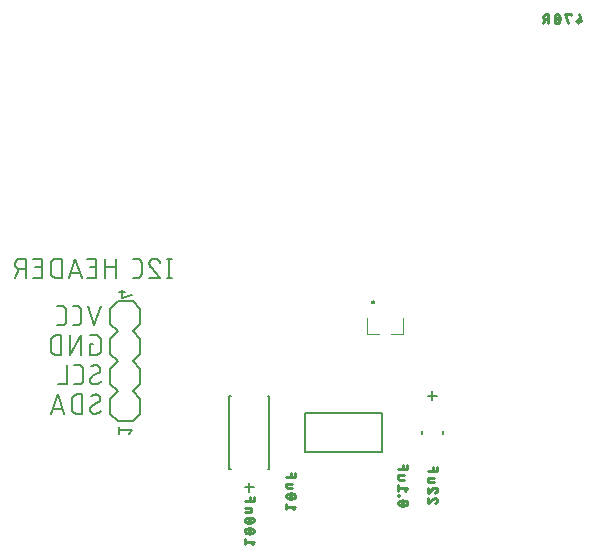
<source format=gbr>
G04 EAGLE Gerber RS-274X export*
G75*
%MOMM*%
%FSLAX34Y34*%
%LPD*%
%INSilkscreen Bottom*%
%IPPOS*%
%AMOC8*
5,1,8,0,0,1.08239X$1,22.5*%
G01*
%ADD10C,0.152400*%
%ADD11C,0.228600*%
%ADD12C,0.203200*%
%ADD13C,0.120000*%
%ADD14C,0.200000*%
%ADD15C,0.127000*%


D10*
X-142568Y177018D02*
X-142568Y160762D01*
X-140762Y160762D02*
X-144374Y160762D01*
X-144374Y177018D02*
X-140762Y177018D01*
X-155525Y177018D02*
X-155650Y177016D01*
X-155775Y177010D01*
X-155900Y177001D01*
X-156024Y176987D01*
X-156148Y176970D01*
X-156272Y176949D01*
X-156394Y176924D01*
X-156516Y176895D01*
X-156637Y176863D01*
X-156757Y176827D01*
X-156876Y176787D01*
X-156993Y176744D01*
X-157109Y176697D01*
X-157224Y176646D01*
X-157336Y176592D01*
X-157448Y176534D01*
X-157557Y176474D01*
X-157664Y176409D01*
X-157770Y176342D01*
X-157873Y176271D01*
X-157974Y176197D01*
X-158073Y176120D01*
X-158169Y176040D01*
X-158263Y175957D01*
X-158354Y175872D01*
X-158443Y175783D01*
X-158528Y175692D01*
X-158611Y175598D01*
X-158691Y175502D01*
X-158768Y175403D01*
X-158842Y175302D01*
X-158913Y175199D01*
X-158980Y175093D01*
X-159045Y174986D01*
X-159105Y174877D01*
X-159163Y174765D01*
X-159217Y174653D01*
X-159268Y174538D01*
X-159315Y174422D01*
X-159358Y174305D01*
X-159398Y174186D01*
X-159434Y174066D01*
X-159466Y173945D01*
X-159495Y173823D01*
X-159520Y173701D01*
X-159541Y173577D01*
X-159558Y173453D01*
X-159572Y173329D01*
X-159581Y173204D01*
X-159587Y173079D01*
X-159589Y172954D01*
X-155525Y177018D02*
X-155382Y177016D01*
X-155240Y177010D01*
X-155097Y177000D01*
X-154955Y176987D01*
X-154814Y176969D01*
X-154672Y176948D01*
X-154532Y176923D01*
X-154392Y176894D01*
X-154253Y176861D01*
X-154115Y176824D01*
X-153978Y176784D01*
X-153843Y176740D01*
X-153708Y176692D01*
X-153575Y176640D01*
X-153443Y176585D01*
X-153313Y176526D01*
X-153185Y176464D01*
X-153058Y176398D01*
X-152933Y176329D01*
X-152810Y176257D01*
X-152690Y176181D01*
X-152571Y176102D01*
X-152454Y176019D01*
X-152340Y175934D01*
X-152228Y175845D01*
X-152119Y175754D01*
X-152012Y175659D01*
X-151907Y175562D01*
X-151806Y175461D01*
X-151707Y175358D01*
X-151611Y175253D01*
X-151518Y175144D01*
X-151428Y175033D01*
X-151341Y174920D01*
X-151257Y174805D01*
X-151177Y174687D01*
X-151099Y174567D01*
X-151025Y174445D01*
X-150955Y174321D01*
X-150887Y174195D01*
X-150824Y174067D01*
X-150763Y173938D01*
X-150706Y173807D01*
X-150653Y173675D01*
X-150604Y173541D01*
X-150558Y173406D01*
X-158234Y169793D02*
X-158328Y169885D01*
X-158418Y169979D01*
X-158506Y170076D01*
X-158591Y170176D01*
X-158673Y170278D01*
X-158752Y170383D01*
X-158827Y170490D01*
X-158899Y170599D01*
X-158968Y170710D01*
X-159034Y170824D01*
X-159096Y170939D01*
X-159155Y171056D01*
X-159210Y171175D01*
X-159261Y171295D01*
X-159309Y171417D01*
X-159354Y171540D01*
X-159394Y171664D01*
X-159431Y171790D01*
X-159464Y171917D01*
X-159493Y172044D01*
X-159519Y172173D01*
X-159540Y172302D01*
X-159558Y172432D01*
X-159571Y172562D01*
X-159581Y172692D01*
X-159587Y172823D01*
X-159589Y172954D01*
X-158234Y169793D02*
X-150558Y160762D01*
X-159589Y160762D01*
X-169762Y160762D02*
X-173374Y160762D01*
X-169762Y160762D02*
X-169644Y160764D01*
X-169526Y160770D01*
X-169408Y160779D01*
X-169291Y160793D01*
X-169174Y160810D01*
X-169057Y160831D01*
X-168942Y160856D01*
X-168827Y160885D01*
X-168713Y160918D01*
X-168601Y160954D01*
X-168490Y160994D01*
X-168380Y161037D01*
X-168271Y161084D01*
X-168164Y161134D01*
X-168059Y161189D01*
X-167956Y161246D01*
X-167855Y161307D01*
X-167755Y161371D01*
X-167658Y161438D01*
X-167563Y161508D01*
X-167471Y161582D01*
X-167380Y161658D01*
X-167293Y161738D01*
X-167208Y161820D01*
X-167126Y161905D01*
X-167046Y161992D01*
X-166970Y162083D01*
X-166896Y162175D01*
X-166826Y162270D01*
X-166759Y162367D01*
X-166695Y162467D01*
X-166634Y162568D01*
X-166577Y162671D01*
X-166522Y162776D01*
X-166472Y162883D01*
X-166425Y162992D01*
X-166382Y163102D01*
X-166342Y163213D01*
X-166306Y163325D01*
X-166273Y163439D01*
X-166244Y163554D01*
X-166219Y163669D01*
X-166198Y163786D01*
X-166181Y163903D01*
X-166167Y164020D01*
X-166158Y164138D01*
X-166152Y164256D01*
X-166150Y164374D01*
X-166149Y164374D02*
X-166149Y173406D01*
X-166150Y173406D02*
X-166152Y173524D01*
X-166158Y173642D01*
X-166167Y173760D01*
X-166181Y173877D01*
X-166198Y173994D01*
X-166219Y174111D01*
X-166244Y174226D01*
X-166273Y174341D01*
X-166306Y174455D01*
X-166342Y174567D01*
X-166382Y174678D01*
X-166425Y174788D01*
X-166472Y174897D01*
X-166522Y175004D01*
X-166576Y175109D01*
X-166634Y175212D01*
X-166695Y175313D01*
X-166759Y175413D01*
X-166826Y175510D01*
X-166896Y175605D01*
X-166970Y175697D01*
X-167046Y175788D01*
X-167126Y175875D01*
X-167208Y175960D01*
X-167293Y176042D01*
X-167380Y176122D01*
X-167471Y176198D01*
X-167563Y176272D01*
X-167658Y176342D01*
X-167755Y176409D01*
X-167855Y176473D01*
X-167956Y176534D01*
X-168059Y176591D01*
X-168164Y176645D01*
X-168271Y176696D01*
X-168380Y176743D01*
X-168490Y176786D01*
X-168601Y176826D01*
X-168713Y176862D01*
X-168827Y176895D01*
X-168942Y176924D01*
X-169057Y176949D01*
X-169174Y176970D01*
X-169291Y176987D01*
X-169408Y177001D01*
X-169526Y177010D01*
X-169644Y177016D01*
X-169762Y177018D01*
X-173374Y177018D01*
X-188073Y177018D02*
X-188073Y160762D01*
X-188073Y169793D02*
X-197104Y169793D01*
X-197104Y177018D02*
X-197104Y160762D01*
X-204776Y160762D02*
X-212001Y160762D01*
X-204776Y160762D02*
X-204776Y177018D01*
X-212001Y177018D01*
X-210194Y169793D02*
X-204776Y169793D01*
X-216869Y160762D02*
X-222287Y177018D01*
X-227706Y160762D01*
X-226351Y164826D02*
X-218223Y164826D01*
X-233924Y160762D02*
X-233924Y177018D01*
X-238440Y177018D01*
X-238571Y177016D01*
X-238703Y177010D01*
X-238834Y177001D01*
X-238964Y176987D01*
X-239095Y176970D01*
X-239224Y176949D01*
X-239353Y176925D01*
X-239481Y176896D01*
X-239609Y176864D01*
X-239735Y176828D01*
X-239860Y176789D01*
X-239985Y176746D01*
X-240107Y176699D01*
X-240229Y176649D01*
X-240349Y176595D01*
X-240467Y176538D01*
X-240583Y176477D01*
X-240698Y176413D01*
X-240811Y176346D01*
X-240922Y176275D01*
X-241030Y176201D01*
X-241137Y176124D01*
X-241241Y176044D01*
X-241343Y175961D01*
X-241442Y175876D01*
X-241539Y175787D01*
X-241633Y175695D01*
X-241725Y175601D01*
X-241814Y175504D01*
X-241899Y175405D01*
X-241982Y175303D01*
X-242062Y175199D01*
X-242139Y175092D01*
X-242213Y174984D01*
X-242284Y174873D01*
X-242351Y174760D01*
X-242415Y174645D01*
X-242476Y174529D01*
X-242533Y174411D01*
X-242587Y174291D01*
X-242637Y174169D01*
X-242684Y174047D01*
X-242727Y173922D01*
X-242766Y173797D01*
X-242802Y173671D01*
X-242834Y173543D01*
X-242863Y173415D01*
X-242887Y173286D01*
X-242908Y173157D01*
X-242925Y173026D01*
X-242939Y172896D01*
X-242948Y172765D01*
X-242954Y172633D01*
X-242956Y172502D01*
X-242955Y172502D02*
X-242955Y165278D01*
X-242956Y165278D02*
X-242954Y165147D01*
X-242948Y165015D01*
X-242939Y164884D01*
X-242925Y164754D01*
X-242908Y164623D01*
X-242887Y164494D01*
X-242863Y164365D01*
X-242834Y164237D01*
X-242802Y164109D01*
X-242766Y163983D01*
X-242727Y163858D01*
X-242684Y163733D01*
X-242637Y163611D01*
X-242587Y163489D01*
X-242533Y163369D01*
X-242476Y163251D01*
X-242415Y163135D01*
X-242351Y163020D01*
X-242284Y162907D01*
X-242213Y162796D01*
X-242139Y162688D01*
X-242062Y162581D01*
X-241982Y162477D01*
X-241899Y162375D01*
X-241814Y162276D01*
X-241725Y162179D01*
X-241633Y162085D01*
X-241539Y161993D01*
X-241442Y161904D01*
X-241343Y161819D01*
X-241241Y161736D01*
X-241137Y161656D01*
X-241030Y161579D01*
X-240922Y161505D01*
X-240811Y161434D01*
X-240698Y161367D01*
X-240583Y161303D01*
X-240467Y161242D01*
X-240349Y161185D01*
X-240229Y161131D01*
X-240107Y161081D01*
X-239985Y161034D01*
X-239860Y160991D01*
X-239735Y160952D01*
X-239609Y160916D01*
X-239481Y160884D01*
X-239353Y160855D01*
X-239224Y160831D01*
X-239094Y160810D01*
X-238964Y160793D01*
X-238834Y160779D01*
X-238703Y160770D01*
X-238571Y160764D01*
X-238440Y160762D01*
X-233924Y160762D01*
X-250627Y160762D02*
X-257852Y160762D01*
X-250627Y160762D02*
X-250627Y177018D01*
X-257852Y177018D01*
X-256046Y169793D02*
X-250627Y169793D01*
X-264236Y177018D02*
X-264236Y160762D01*
X-264236Y177018D02*
X-268752Y177018D01*
X-268885Y177016D01*
X-269017Y177010D01*
X-269149Y177000D01*
X-269281Y176987D01*
X-269413Y176969D01*
X-269543Y176948D01*
X-269674Y176923D01*
X-269803Y176894D01*
X-269931Y176861D01*
X-270059Y176825D01*
X-270185Y176785D01*
X-270310Y176741D01*
X-270434Y176693D01*
X-270556Y176642D01*
X-270677Y176587D01*
X-270796Y176529D01*
X-270914Y176467D01*
X-271029Y176402D01*
X-271143Y176333D01*
X-271254Y176262D01*
X-271363Y176186D01*
X-271470Y176108D01*
X-271575Y176027D01*
X-271677Y175942D01*
X-271777Y175855D01*
X-271874Y175765D01*
X-271969Y175672D01*
X-272060Y175576D01*
X-272149Y175478D01*
X-272235Y175377D01*
X-272318Y175273D01*
X-272398Y175167D01*
X-272474Y175059D01*
X-272548Y174949D01*
X-272618Y174836D01*
X-272685Y174722D01*
X-272748Y174605D01*
X-272808Y174487D01*
X-272865Y174367D01*
X-272918Y174245D01*
X-272967Y174122D01*
X-273013Y173998D01*
X-273055Y173872D01*
X-273093Y173745D01*
X-273128Y173617D01*
X-273159Y173488D01*
X-273186Y173359D01*
X-273209Y173228D01*
X-273229Y173097D01*
X-273244Y172965D01*
X-273256Y172833D01*
X-273264Y172701D01*
X-273268Y172568D01*
X-273268Y172436D01*
X-273264Y172303D01*
X-273256Y172171D01*
X-273244Y172039D01*
X-273229Y171907D01*
X-273209Y171776D01*
X-273186Y171645D01*
X-273159Y171516D01*
X-273128Y171387D01*
X-273093Y171259D01*
X-273055Y171132D01*
X-273013Y171006D01*
X-272967Y170882D01*
X-272918Y170759D01*
X-272865Y170637D01*
X-272808Y170517D01*
X-272748Y170399D01*
X-272685Y170282D01*
X-272618Y170168D01*
X-272548Y170055D01*
X-272474Y169945D01*
X-272398Y169837D01*
X-272318Y169731D01*
X-272235Y169627D01*
X-272149Y169526D01*
X-272060Y169428D01*
X-271969Y169332D01*
X-271874Y169239D01*
X-271777Y169149D01*
X-271677Y169062D01*
X-271575Y168977D01*
X-271470Y168896D01*
X-271363Y168818D01*
X-271254Y168742D01*
X-271143Y168671D01*
X-271029Y168602D01*
X-270914Y168537D01*
X-270796Y168475D01*
X-270677Y168417D01*
X-270556Y168362D01*
X-270434Y168311D01*
X-270310Y168263D01*
X-270185Y168219D01*
X-270059Y168179D01*
X-269931Y168143D01*
X-269803Y168110D01*
X-269674Y168081D01*
X-269543Y168056D01*
X-269413Y168035D01*
X-269281Y168017D01*
X-269149Y168004D01*
X-269017Y167994D01*
X-268885Y167988D01*
X-268752Y167986D01*
X-268752Y167987D02*
X-264236Y167987D01*
X-269655Y167987D02*
X-273267Y160762D01*
X-200762Y137018D02*
X-206181Y120762D01*
X-211599Y137018D01*
X-220869Y120762D02*
X-224482Y120762D01*
X-220869Y120762D02*
X-220751Y120764D01*
X-220633Y120770D01*
X-220515Y120779D01*
X-220398Y120793D01*
X-220281Y120810D01*
X-220164Y120831D01*
X-220049Y120856D01*
X-219934Y120885D01*
X-219820Y120918D01*
X-219708Y120954D01*
X-219597Y120994D01*
X-219487Y121037D01*
X-219378Y121084D01*
X-219271Y121134D01*
X-219166Y121189D01*
X-219063Y121246D01*
X-218962Y121307D01*
X-218862Y121371D01*
X-218765Y121438D01*
X-218670Y121508D01*
X-218578Y121582D01*
X-218487Y121658D01*
X-218400Y121738D01*
X-218315Y121820D01*
X-218233Y121905D01*
X-218153Y121992D01*
X-218077Y122083D01*
X-218003Y122175D01*
X-217933Y122270D01*
X-217866Y122367D01*
X-217802Y122467D01*
X-217741Y122568D01*
X-217684Y122671D01*
X-217629Y122776D01*
X-217579Y122883D01*
X-217532Y122992D01*
X-217489Y123102D01*
X-217449Y123213D01*
X-217413Y123325D01*
X-217380Y123439D01*
X-217351Y123554D01*
X-217326Y123669D01*
X-217305Y123786D01*
X-217288Y123903D01*
X-217274Y124020D01*
X-217265Y124138D01*
X-217259Y124256D01*
X-217257Y124374D01*
X-217257Y133406D01*
X-217259Y133524D01*
X-217265Y133642D01*
X-217274Y133760D01*
X-217288Y133877D01*
X-217305Y133994D01*
X-217326Y134111D01*
X-217351Y134226D01*
X-217380Y134341D01*
X-217413Y134455D01*
X-217449Y134567D01*
X-217489Y134678D01*
X-217532Y134788D01*
X-217579Y134897D01*
X-217629Y135004D01*
X-217683Y135109D01*
X-217741Y135212D01*
X-217802Y135313D01*
X-217866Y135413D01*
X-217933Y135510D01*
X-218003Y135605D01*
X-218077Y135697D01*
X-218153Y135788D01*
X-218233Y135875D01*
X-218315Y135960D01*
X-218400Y136042D01*
X-218487Y136122D01*
X-218578Y136198D01*
X-218670Y136272D01*
X-218765Y136342D01*
X-218862Y136409D01*
X-218962Y136473D01*
X-219063Y136534D01*
X-219166Y136591D01*
X-219271Y136645D01*
X-219378Y136696D01*
X-219487Y136743D01*
X-219597Y136786D01*
X-219708Y136826D01*
X-219820Y136862D01*
X-219934Y136895D01*
X-220049Y136924D01*
X-220164Y136949D01*
X-220281Y136970D01*
X-220398Y136987D01*
X-220515Y137001D01*
X-220633Y137010D01*
X-220751Y137016D01*
X-220869Y137018D01*
X-224482Y137018D01*
X-233895Y120762D02*
X-237508Y120762D01*
X-233895Y120762D02*
X-233777Y120764D01*
X-233659Y120770D01*
X-233541Y120779D01*
X-233424Y120793D01*
X-233307Y120810D01*
X-233190Y120831D01*
X-233075Y120856D01*
X-232960Y120885D01*
X-232846Y120918D01*
X-232734Y120954D01*
X-232623Y120994D01*
X-232513Y121037D01*
X-232404Y121084D01*
X-232297Y121134D01*
X-232192Y121189D01*
X-232089Y121246D01*
X-231988Y121307D01*
X-231888Y121371D01*
X-231791Y121438D01*
X-231696Y121508D01*
X-231604Y121582D01*
X-231513Y121658D01*
X-231426Y121738D01*
X-231341Y121820D01*
X-231259Y121905D01*
X-231179Y121992D01*
X-231103Y122083D01*
X-231029Y122175D01*
X-230959Y122270D01*
X-230892Y122367D01*
X-230828Y122467D01*
X-230767Y122568D01*
X-230710Y122671D01*
X-230655Y122776D01*
X-230605Y122883D01*
X-230558Y122992D01*
X-230515Y123102D01*
X-230475Y123213D01*
X-230439Y123325D01*
X-230406Y123439D01*
X-230377Y123554D01*
X-230352Y123669D01*
X-230331Y123786D01*
X-230314Y123903D01*
X-230300Y124020D01*
X-230291Y124138D01*
X-230285Y124256D01*
X-230283Y124374D01*
X-230283Y133406D01*
X-230285Y133524D01*
X-230291Y133642D01*
X-230300Y133760D01*
X-230314Y133877D01*
X-230331Y133994D01*
X-230352Y134111D01*
X-230377Y134226D01*
X-230406Y134341D01*
X-230439Y134455D01*
X-230475Y134567D01*
X-230515Y134678D01*
X-230558Y134788D01*
X-230605Y134897D01*
X-230655Y135004D01*
X-230709Y135109D01*
X-230767Y135212D01*
X-230828Y135313D01*
X-230892Y135413D01*
X-230959Y135510D01*
X-231029Y135605D01*
X-231103Y135697D01*
X-231179Y135788D01*
X-231259Y135875D01*
X-231341Y135960D01*
X-231426Y136042D01*
X-231513Y136122D01*
X-231604Y136198D01*
X-231696Y136272D01*
X-231791Y136342D01*
X-231888Y136409D01*
X-231988Y136473D01*
X-232089Y136534D01*
X-232192Y136591D01*
X-232297Y136645D01*
X-232404Y136696D01*
X-232513Y136743D01*
X-232623Y136786D01*
X-232734Y136826D01*
X-232846Y136862D01*
X-232960Y136895D01*
X-233075Y136924D01*
X-233190Y136949D01*
X-233307Y136970D01*
X-233424Y136987D01*
X-233541Y137001D01*
X-233659Y137010D01*
X-233777Y137016D01*
X-233895Y137018D01*
X-237508Y137018D01*
X-209793Y104793D02*
X-207084Y104793D01*
X-209793Y104793D02*
X-209793Y95762D01*
X-204374Y95762D01*
X-204256Y95764D01*
X-204138Y95770D01*
X-204020Y95779D01*
X-203903Y95793D01*
X-203786Y95810D01*
X-203669Y95831D01*
X-203554Y95856D01*
X-203439Y95885D01*
X-203325Y95918D01*
X-203213Y95954D01*
X-203102Y95994D01*
X-202992Y96037D01*
X-202883Y96084D01*
X-202776Y96134D01*
X-202671Y96189D01*
X-202568Y96246D01*
X-202467Y96307D01*
X-202367Y96371D01*
X-202270Y96438D01*
X-202175Y96508D01*
X-202083Y96582D01*
X-201992Y96658D01*
X-201905Y96738D01*
X-201820Y96820D01*
X-201738Y96905D01*
X-201658Y96992D01*
X-201582Y97083D01*
X-201508Y97175D01*
X-201438Y97270D01*
X-201371Y97367D01*
X-201307Y97467D01*
X-201246Y97568D01*
X-201189Y97671D01*
X-201134Y97776D01*
X-201084Y97883D01*
X-201037Y97992D01*
X-200994Y98102D01*
X-200954Y98213D01*
X-200918Y98325D01*
X-200885Y98439D01*
X-200856Y98554D01*
X-200831Y98669D01*
X-200810Y98786D01*
X-200793Y98903D01*
X-200779Y99020D01*
X-200770Y99138D01*
X-200764Y99256D01*
X-200762Y99374D01*
X-200762Y108406D01*
X-200764Y108524D01*
X-200770Y108642D01*
X-200779Y108760D01*
X-200793Y108877D01*
X-200810Y108994D01*
X-200831Y109111D01*
X-200856Y109226D01*
X-200885Y109341D01*
X-200918Y109455D01*
X-200954Y109567D01*
X-200994Y109678D01*
X-201037Y109788D01*
X-201084Y109897D01*
X-201134Y110004D01*
X-201188Y110109D01*
X-201246Y110212D01*
X-201307Y110313D01*
X-201371Y110413D01*
X-201438Y110510D01*
X-201508Y110605D01*
X-201582Y110697D01*
X-201658Y110788D01*
X-201738Y110875D01*
X-201820Y110960D01*
X-201905Y111042D01*
X-201992Y111122D01*
X-202083Y111198D01*
X-202175Y111272D01*
X-202270Y111342D01*
X-202367Y111409D01*
X-202467Y111473D01*
X-202568Y111534D01*
X-202671Y111591D01*
X-202776Y111645D01*
X-202883Y111696D01*
X-202992Y111743D01*
X-203102Y111786D01*
X-203213Y111826D01*
X-203325Y111862D01*
X-203439Y111895D01*
X-203554Y111924D01*
X-203669Y111949D01*
X-203786Y111970D01*
X-203903Y111987D01*
X-204020Y112001D01*
X-204138Y112010D01*
X-204256Y112016D01*
X-204374Y112018D01*
X-209793Y112018D01*
X-217435Y112018D02*
X-217435Y95762D01*
X-226466Y95762D02*
X-217435Y112018D01*
X-226466Y112018D02*
X-226466Y95762D01*
X-234109Y95762D02*
X-234109Y112018D01*
X-238624Y112018D01*
X-238755Y112016D01*
X-238887Y112010D01*
X-239018Y112001D01*
X-239148Y111987D01*
X-239279Y111970D01*
X-239408Y111949D01*
X-239537Y111925D01*
X-239665Y111896D01*
X-239793Y111864D01*
X-239919Y111828D01*
X-240044Y111789D01*
X-240169Y111746D01*
X-240291Y111699D01*
X-240413Y111649D01*
X-240533Y111595D01*
X-240651Y111538D01*
X-240767Y111477D01*
X-240882Y111413D01*
X-240995Y111346D01*
X-241106Y111275D01*
X-241214Y111201D01*
X-241321Y111124D01*
X-241425Y111044D01*
X-241527Y110961D01*
X-241626Y110876D01*
X-241723Y110787D01*
X-241817Y110695D01*
X-241909Y110601D01*
X-241998Y110504D01*
X-242083Y110405D01*
X-242166Y110303D01*
X-242246Y110199D01*
X-242323Y110092D01*
X-242397Y109984D01*
X-242468Y109873D01*
X-242535Y109760D01*
X-242599Y109645D01*
X-242660Y109529D01*
X-242717Y109411D01*
X-242771Y109291D01*
X-242821Y109169D01*
X-242868Y109047D01*
X-242911Y108922D01*
X-242950Y108797D01*
X-242986Y108671D01*
X-243018Y108543D01*
X-243047Y108415D01*
X-243071Y108286D01*
X-243092Y108157D01*
X-243109Y108026D01*
X-243123Y107896D01*
X-243132Y107765D01*
X-243138Y107633D01*
X-243140Y107502D01*
X-243140Y100278D01*
X-243138Y100147D01*
X-243132Y100015D01*
X-243123Y99884D01*
X-243109Y99754D01*
X-243092Y99623D01*
X-243071Y99494D01*
X-243047Y99365D01*
X-243018Y99237D01*
X-242986Y99109D01*
X-242950Y98983D01*
X-242911Y98858D01*
X-242868Y98733D01*
X-242821Y98611D01*
X-242771Y98489D01*
X-242717Y98369D01*
X-242660Y98251D01*
X-242599Y98135D01*
X-242535Y98020D01*
X-242468Y97907D01*
X-242397Y97796D01*
X-242323Y97688D01*
X-242246Y97581D01*
X-242166Y97477D01*
X-242083Y97375D01*
X-241998Y97276D01*
X-241909Y97179D01*
X-241817Y97085D01*
X-241723Y96993D01*
X-241626Y96904D01*
X-241527Y96819D01*
X-241425Y96736D01*
X-241321Y96656D01*
X-241214Y96579D01*
X-241106Y96505D01*
X-240995Y96434D01*
X-240882Y96367D01*
X-240767Y96303D01*
X-240651Y96242D01*
X-240533Y96185D01*
X-240413Y96131D01*
X-240291Y96081D01*
X-240169Y96034D01*
X-240044Y95991D01*
X-239919Y95952D01*
X-239793Y95916D01*
X-239665Y95884D01*
X-239537Y95855D01*
X-239408Y95831D01*
X-239278Y95810D01*
X-239148Y95793D01*
X-239018Y95779D01*
X-238887Y95770D01*
X-238755Y95764D01*
X-238624Y95762D01*
X-234109Y95762D01*
X-209793Y74374D02*
X-209791Y74256D01*
X-209785Y74138D01*
X-209776Y74020D01*
X-209762Y73903D01*
X-209745Y73786D01*
X-209724Y73669D01*
X-209699Y73554D01*
X-209670Y73439D01*
X-209637Y73325D01*
X-209601Y73213D01*
X-209561Y73102D01*
X-209518Y72992D01*
X-209471Y72883D01*
X-209421Y72776D01*
X-209366Y72671D01*
X-209309Y72568D01*
X-209248Y72467D01*
X-209184Y72367D01*
X-209117Y72270D01*
X-209047Y72175D01*
X-208973Y72083D01*
X-208897Y71992D01*
X-208817Y71905D01*
X-208735Y71820D01*
X-208650Y71738D01*
X-208563Y71658D01*
X-208472Y71582D01*
X-208380Y71508D01*
X-208285Y71438D01*
X-208188Y71371D01*
X-208088Y71307D01*
X-207987Y71246D01*
X-207884Y71189D01*
X-207779Y71134D01*
X-207672Y71084D01*
X-207563Y71037D01*
X-207453Y70994D01*
X-207342Y70954D01*
X-207230Y70918D01*
X-207116Y70885D01*
X-207001Y70856D01*
X-206886Y70831D01*
X-206769Y70810D01*
X-206652Y70793D01*
X-206535Y70779D01*
X-206417Y70770D01*
X-206299Y70764D01*
X-206181Y70762D01*
X-205998Y70764D01*
X-205816Y70771D01*
X-205634Y70782D01*
X-205452Y70797D01*
X-205270Y70817D01*
X-205089Y70840D01*
X-204909Y70869D01*
X-204729Y70901D01*
X-204550Y70938D01*
X-204373Y70979D01*
X-204196Y71025D01*
X-204020Y71074D01*
X-203846Y71128D01*
X-203672Y71186D01*
X-203501Y71248D01*
X-203331Y71314D01*
X-203162Y71385D01*
X-202995Y71459D01*
X-202830Y71537D01*
X-202667Y71619D01*
X-202506Y71705D01*
X-202347Y71795D01*
X-202190Y71889D01*
X-202036Y71986D01*
X-201884Y72087D01*
X-201734Y72192D01*
X-201587Y72300D01*
X-201443Y72411D01*
X-201301Y72526D01*
X-201162Y72645D01*
X-201026Y72767D01*
X-200893Y72892D01*
X-200763Y73020D01*
X-201214Y83406D02*
X-201216Y83524D01*
X-201222Y83642D01*
X-201231Y83760D01*
X-201245Y83877D01*
X-201262Y83994D01*
X-201283Y84111D01*
X-201308Y84226D01*
X-201337Y84341D01*
X-201370Y84455D01*
X-201406Y84567D01*
X-201446Y84678D01*
X-201489Y84788D01*
X-201536Y84897D01*
X-201586Y85004D01*
X-201641Y85109D01*
X-201698Y85212D01*
X-201759Y85313D01*
X-201823Y85413D01*
X-201890Y85510D01*
X-201960Y85605D01*
X-202034Y85697D01*
X-202110Y85788D01*
X-202190Y85875D01*
X-202272Y85960D01*
X-202357Y86042D01*
X-202444Y86122D01*
X-202535Y86198D01*
X-202627Y86272D01*
X-202722Y86342D01*
X-202819Y86409D01*
X-202919Y86473D01*
X-203020Y86534D01*
X-203123Y86592D01*
X-203228Y86646D01*
X-203335Y86696D01*
X-203444Y86743D01*
X-203554Y86787D01*
X-203665Y86826D01*
X-203778Y86862D01*
X-203891Y86895D01*
X-204006Y86924D01*
X-204121Y86949D01*
X-204238Y86970D01*
X-204355Y86987D01*
X-204472Y87001D01*
X-204590Y87010D01*
X-204708Y87016D01*
X-204826Y87018D01*
X-204987Y87016D01*
X-205149Y87010D01*
X-205310Y87001D01*
X-205471Y86987D01*
X-205631Y86970D01*
X-205791Y86949D01*
X-205951Y86924D01*
X-206110Y86895D01*
X-206268Y86863D01*
X-206425Y86827D01*
X-206581Y86787D01*
X-206737Y86743D01*
X-206891Y86695D01*
X-207044Y86644D01*
X-207196Y86590D01*
X-207347Y86531D01*
X-207496Y86470D01*
X-207643Y86404D01*
X-207789Y86335D01*
X-207934Y86263D01*
X-208076Y86187D01*
X-208217Y86108D01*
X-208356Y86026D01*
X-208492Y85940D01*
X-208627Y85851D01*
X-208760Y85759D01*
X-208890Y85663D01*
X-203019Y80245D02*
X-202918Y80307D01*
X-202818Y80372D01*
X-202721Y80441D01*
X-202626Y80513D01*
X-202533Y80587D01*
X-202443Y80665D01*
X-202355Y80746D01*
X-202270Y80829D01*
X-202188Y80915D01*
X-202109Y81004D01*
X-202032Y81095D01*
X-201959Y81189D01*
X-201888Y81285D01*
X-201821Y81383D01*
X-201757Y81483D01*
X-201696Y81586D01*
X-201639Y81690D01*
X-201585Y81796D01*
X-201535Y81904D01*
X-201488Y82013D01*
X-201444Y82124D01*
X-201404Y82236D01*
X-201368Y82350D01*
X-201336Y82464D01*
X-201307Y82580D01*
X-201282Y82696D01*
X-201261Y82813D01*
X-201244Y82931D01*
X-201230Y83049D01*
X-201221Y83168D01*
X-201215Y83287D01*
X-201213Y83406D01*
X-207987Y77535D02*
X-208088Y77473D01*
X-208188Y77408D01*
X-208285Y77339D01*
X-208380Y77267D01*
X-208473Y77193D01*
X-208563Y77115D01*
X-208651Y77034D01*
X-208736Y76951D01*
X-208818Y76865D01*
X-208897Y76776D01*
X-208974Y76685D01*
X-209047Y76591D01*
X-209118Y76495D01*
X-209185Y76397D01*
X-209249Y76297D01*
X-209310Y76194D01*
X-209367Y76090D01*
X-209421Y75984D01*
X-209471Y75876D01*
X-209518Y75767D01*
X-209562Y75656D01*
X-209602Y75544D01*
X-209638Y75430D01*
X-209670Y75316D01*
X-209699Y75200D01*
X-209724Y75084D01*
X-209745Y74967D01*
X-209762Y74849D01*
X-209776Y74731D01*
X-209785Y74612D01*
X-209791Y74493D01*
X-209793Y74374D01*
X-207987Y77535D02*
X-203020Y80245D01*
X-219445Y70762D02*
X-223058Y70762D01*
X-219445Y70762D02*
X-219327Y70764D01*
X-219209Y70770D01*
X-219091Y70779D01*
X-218974Y70793D01*
X-218857Y70810D01*
X-218740Y70831D01*
X-218625Y70856D01*
X-218510Y70885D01*
X-218396Y70918D01*
X-218284Y70954D01*
X-218173Y70994D01*
X-218063Y71037D01*
X-217954Y71084D01*
X-217847Y71134D01*
X-217742Y71189D01*
X-217639Y71246D01*
X-217538Y71307D01*
X-217438Y71371D01*
X-217341Y71438D01*
X-217246Y71508D01*
X-217154Y71582D01*
X-217063Y71658D01*
X-216976Y71738D01*
X-216891Y71820D01*
X-216809Y71905D01*
X-216729Y71992D01*
X-216653Y72083D01*
X-216579Y72175D01*
X-216509Y72270D01*
X-216442Y72367D01*
X-216378Y72467D01*
X-216317Y72568D01*
X-216260Y72671D01*
X-216205Y72776D01*
X-216155Y72883D01*
X-216108Y72992D01*
X-216065Y73102D01*
X-216025Y73213D01*
X-215989Y73325D01*
X-215956Y73439D01*
X-215927Y73554D01*
X-215902Y73669D01*
X-215881Y73786D01*
X-215864Y73903D01*
X-215850Y74020D01*
X-215841Y74138D01*
X-215835Y74256D01*
X-215833Y74374D01*
X-215833Y83406D01*
X-215835Y83524D01*
X-215841Y83642D01*
X-215850Y83760D01*
X-215864Y83877D01*
X-215881Y83994D01*
X-215902Y84111D01*
X-215927Y84226D01*
X-215956Y84341D01*
X-215989Y84455D01*
X-216025Y84567D01*
X-216065Y84678D01*
X-216108Y84788D01*
X-216155Y84897D01*
X-216205Y85004D01*
X-216259Y85109D01*
X-216317Y85212D01*
X-216378Y85313D01*
X-216442Y85413D01*
X-216509Y85510D01*
X-216579Y85605D01*
X-216653Y85697D01*
X-216729Y85788D01*
X-216809Y85875D01*
X-216891Y85960D01*
X-216976Y86042D01*
X-217063Y86122D01*
X-217154Y86198D01*
X-217246Y86272D01*
X-217341Y86342D01*
X-217438Y86409D01*
X-217538Y86473D01*
X-217639Y86534D01*
X-217742Y86591D01*
X-217847Y86645D01*
X-217954Y86696D01*
X-218063Y86743D01*
X-218173Y86786D01*
X-218284Y86826D01*
X-218396Y86862D01*
X-218510Y86895D01*
X-218625Y86924D01*
X-218740Y86949D01*
X-218857Y86970D01*
X-218974Y86987D01*
X-219091Y87001D01*
X-219209Y87010D01*
X-219327Y87016D01*
X-219445Y87018D01*
X-223058Y87018D01*
X-229449Y87018D02*
X-229449Y70762D01*
X-236674Y70762D01*
X-209793Y49374D02*
X-209791Y49256D01*
X-209785Y49138D01*
X-209776Y49020D01*
X-209762Y48903D01*
X-209745Y48786D01*
X-209724Y48669D01*
X-209699Y48554D01*
X-209670Y48439D01*
X-209637Y48325D01*
X-209601Y48213D01*
X-209561Y48102D01*
X-209518Y47992D01*
X-209471Y47883D01*
X-209421Y47776D01*
X-209366Y47671D01*
X-209309Y47568D01*
X-209248Y47467D01*
X-209184Y47367D01*
X-209117Y47270D01*
X-209047Y47175D01*
X-208973Y47083D01*
X-208897Y46992D01*
X-208817Y46905D01*
X-208735Y46820D01*
X-208650Y46738D01*
X-208563Y46658D01*
X-208472Y46582D01*
X-208380Y46508D01*
X-208285Y46438D01*
X-208188Y46371D01*
X-208088Y46307D01*
X-207987Y46246D01*
X-207884Y46189D01*
X-207779Y46134D01*
X-207672Y46084D01*
X-207563Y46037D01*
X-207453Y45994D01*
X-207342Y45954D01*
X-207230Y45918D01*
X-207116Y45885D01*
X-207001Y45856D01*
X-206886Y45831D01*
X-206769Y45810D01*
X-206652Y45793D01*
X-206535Y45779D01*
X-206417Y45770D01*
X-206299Y45764D01*
X-206181Y45762D01*
X-205998Y45764D01*
X-205816Y45771D01*
X-205634Y45782D01*
X-205452Y45797D01*
X-205270Y45817D01*
X-205089Y45840D01*
X-204909Y45869D01*
X-204729Y45901D01*
X-204550Y45938D01*
X-204373Y45979D01*
X-204196Y46025D01*
X-204020Y46074D01*
X-203846Y46128D01*
X-203672Y46186D01*
X-203501Y46248D01*
X-203331Y46314D01*
X-203162Y46385D01*
X-202995Y46459D01*
X-202830Y46537D01*
X-202667Y46619D01*
X-202506Y46705D01*
X-202347Y46795D01*
X-202190Y46889D01*
X-202036Y46986D01*
X-201884Y47087D01*
X-201734Y47192D01*
X-201587Y47300D01*
X-201443Y47411D01*
X-201301Y47526D01*
X-201162Y47645D01*
X-201026Y47767D01*
X-200893Y47892D01*
X-200763Y48020D01*
X-201214Y58406D02*
X-201216Y58524D01*
X-201222Y58642D01*
X-201231Y58760D01*
X-201245Y58877D01*
X-201262Y58994D01*
X-201283Y59111D01*
X-201308Y59226D01*
X-201337Y59341D01*
X-201370Y59455D01*
X-201406Y59567D01*
X-201446Y59678D01*
X-201489Y59788D01*
X-201536Y59897D01*
X-201586Y60004D01*
X-201641Y60109D01*
X-201698Y60212D01*
X-201759Y60313D01*
X-201823Y60413D01*
X-201890Y60510D01*
X-201960Y60605D01*
X-202034Y60697D01*
X-202110Y60788D01*
X-202190Y60875D01*
X-202272Y60960D01*
X-202357Y61042D01*
X-202444Y61122D01*
X-202535Y61198D01*
X-202627Y61272D01*
X-202722Y61342D01*
X-202819Y61409D01*
X-202919Y61473D01*
X-203020Y61534D01*
X-203123Y61592D01*
X-203228Y61646D01*
X-203335Y61696D01*
X-203444Y61743D01*
X-203554Y61787D01*
X-203665Y61826D01*
X-203778Y61862D01*
X-203891Y61895D01*
X-204006Y61924D01*
X-204121Y61949D01*
X-204238Y61970D01*
X-204355Y61987D01*
X-204472Y62001D01*
X-204590Y62010D01*
X-204708Y62016D01*
X-204826Y62018D01*
X-204987Y62016D01*
X-205149Y62010D01*
X-205310Y62001D01*
X-205471Y61987D01*
X-205631Y61970D01*
X-205791Y61949D01*
X-205951Y61924D01*
X-206110Y61895D01*
X-206268Y61863D01*
X-206425Y61827D01*
X-206581Y61787D01*
X-206737Y61743D01*
X-206891Y61695D01*
X-207044Y61644D01*
X-207196Y61590D01*
X-207347Y61531D01*
X-207496Y61470D01*
X-207643Y61404D01*
X-207789Y61335D01*
X-207934Y61263D01*
X-208076Y61187D01*
X-208217Y61108D01*
X-208356Y61026D01*
X-208492Y60940D01*
X-208627Y60851D01*
X-208760Y60759D01*
X-208890Y60663D01*
X-203019Y55245D02*
X-202918Y55307D01*
X-202818Y55372D01*
X-202721Y55441D01*
X-202626Y55513D01*
X-202533Y55587D01*
X-202443Y55665D01*
X-202355Y55746D01*
X-202270Y55829D01*
X-202188Y55915D01*
X-202109Y56004D01*
X-202032Y56095D01*
X-201959Y56189D01*
X-201888Y56285D01*
X-201821Y56383D01*
X-201757Y56483D01*
X-201696Y56586D01*
X-201639Y56690D01*
X-201585Y56796D01*
X-201535Y56904D01*
X-201488Y57013D01*
X-201444Y57124D01*
X-201404Y57236D01*
X-201368Y57350D01*
X-201336Y57464D01*
X-201307Y57580D01*
X-201282Y57696D01*
X-201261Y57813D01*
X-201244Y57931D01*
X-201230Y58049D01*
X-201221Y58168D01*
X-201215Y58287D01*
X-201213Y58406D01*
X-207987Y52535D02*
X-208088Y52473D01*
X-208188Y52408D01*
X-208285Y52339D01*
X-208380Y52267D01*
X-208473Y52193D01*
X-208563Y52115D01*
X-208651Y52034D01*
X-208736Y51951D01*
X-208818Y51865D01*
X-208897Y51776D01*
X-208974Y51685D01*
X-209047Y51591D01*
X-209118Y51495D01*
X-209185Y51397D01*
X-209249Y51297D01*
X-209310Y51194D01*
X-209367Y51090D01*
X-209421Y50984D01*
X-209471Y50876D01*
X-209518Y50767D01*
X-209562Y50656D01*
X-209602Y50544D01*
X-209638Y50430D01*
X-209670Y50316D01*
X-209699Y50200D01*
X-209724Y50084D01*
X-209745Y49967D01*
X-209762Y49849D01*
X-209776Y49731D01*
X-209785Y49612D01*
X-209791Y49493D01*
X-209793Y49374D01*
X-207987Y52535D02*
X-203020Y55245D01*
X-216393Y62018D02*
X-216393Y45762D01*
X-216393Y62018D02*
X-220909Y62018D01*
X-221040Y62016D01*
X-221172Y62010D01*
X-221303Y62001D01*
X-221433Y61987D01*
X-221564Y61970D01*
X-221693Y61949D01*
X-221822Y61925D01*
X-221950Y61896D01*
X-222078Y61864D01*
X-222204Y61828D01*
X-222329Y61789D01*
X-222454Y61746D01*
X-222576Y61699D01*
X-222698Y61649D01*
X-222818Y61595D01*
X-222936Y61538D01*
X-223052Y61477D01*
X-223167Y61413D01*
X-223280Y61346D01*
X-223391Y61275D01*
X-223499Y61201D01*
X-223606Y61124D01*
X-223710Y61044D01*
X-223812Y60961D01*
X-223911Y60876D01*
X-224008Y60787D01*
X-224102Y60695D01*
X-224194Y60601D01*
X-224283Y60504D01*
X-224368Y60405D01*
X-224451Y60303D01*
X-224531Y60199D01*
X-224608Y60092D01*
X-224682Y59984D01*
X-224753Y59873D01*
X-224820Y59760D01*
X-224884Y59645D01*
X-224945Y59529D01*
X-225002Y59411D01*
X-225056Y59291D01*
X-225106Y59169D01*
X-225153Y59047D01*
X-225196Y58922D01*
X-225235Y58797D01*
X-225271Y58671D01*
X-225303Y58543D01*
X-225332Y58415D01*
X-225356Y58286D01*
X-225377Y58157D01*
X-225394Y58026D01*
X-225408Y57896D01*
X-225417Y57765D01*
X-225423Y57633D01*
X-225425Y57502D01*
X-225424Y57502D02*
X-225424Y50278D01*
X-225425Y50278D02*
X-225423Y50147D01*
X-225417Y50015D01*
X-225408Y49884D01*
X-225394Y49754D01*
X-225377Y49623D01*
X-225356Y49494D01*
X-225332Y49365D01*
X-225303Y49237D01*
X-225271Y49109D01*
X-225235Y48983D01*
X-225196Y48858D01*
X-225153Y48733D01*
X-225106Y48611D01*
X-225056Y48489D01*
X-225002Y48369D01*
X-224945Y48251D01*
X-224884Y48135D01*
X-224820Y48020D01*
X-224753Y47907D01*
X-224682Y47796D01*
X-224608Y47688D01*
X-224531Y47581D01*
X-224451Y47477D01*
X-224368Y47375D01*
X-224283Y47276D01*
X-224194Y47179D01*
X-224102Y47085D01*
X-224008Y46993D01*
X-223911Y46904D01*
X-223812Y46819D01*
X-223710Y46736D01*
X-223606Y46656D01*
X-223499Y46579D01*
X-223391Y46505D01*
X-223280Y46434D01*
X-223167Y46367D01*
X-223052Y46303D01*
X-222936Y46242D01*
X-222818Y46185D01*
X-222698Y46131D01*
X-222576Y46081D01*
X-222454Y46034D01*
X-222329Y45991D01*
X-222204Y45952D01*
X-222078Y45916D01*
X-221950Y45884D01*
X-221822Y45855D01*
X-221693Y45831D01*
X-221563Y45810D01*
X-221433Y45793D01*
X-221303Y45779D01*
X-221172Y45770D01*
X-221040Y45764D01*
X-220909Y45762D01*
X-216393Y45762D01*
X-231642Y45762D02*
X-237061Y62018D01*
X-242480Y45762D01*
X-241125Y49826D02*
X-232997Y49826D01*
D11*
X81969Y-25956D02*
X82055Y-25958D01*
X82141Y-25963D01*
X82226Y-25973D01*
X82311Y-25986D01*
X82395Y-26003D01*
X82479Y-26023D01*
X82561Y-26047D01*
X82642Y-26075D01*
X82723Y-26106D01*
X82801Y-26140D01*
X82878Y-26178D01*
X82954Y-26220D01*
X83027Y-26264D01*
X83098Y-26312D01*
X83168Y-26363D01*
X83235Y-26417D01*
X83299Y-26473D01*
X83361Y-26533D01*
X83421Y-26595D01*
X83477Y-26659D01*
X83531Y-26726D01*
X83582Y-26796D01*
X83630Y-26867D01*
X83674Y-26941D01*
X83716Y-27016D01*
X83754Y-27093D01*
X83788Y-27171D01*
X83819Y-27252D01*
X83847Y-27333D01*
X83871Y-27415D01*
X83891Y-27499D01*
X83908Y-27583D01*
X83921Y-27668D01*
X83931Y-27753D01*
X83936Y-27839D01*
X83938Y-27925D01*
X83937Y-27925D02*
X83935Y-28024D01*
X83929Y-28124D01*
X83919Y-28222D01*
X83906Y-28321D01*
X83888Y-28419D01*
X83867Y-28516D01*
X83842Y-28612D01*
X83813Y-28707D01*
X83780Y-28801D01*
X83744Y-28894D01*
X83704Y-28985D01*
X83661Y-29074D01*
X83614Y-29162D01*
X83564Y-29247D01*
X83510Y-29331D01*
X83453Y-29412D01*
X83393Y-29492D01*
X83330Y-29568D01*
X83264Y-29643D01*
X83195Y-29714D01*
X83124Y-29783D01*
X83049Y-29849D01*
X82972Y-29912D01*
X82893Y-29972D01*
X82811Y-30029D01*
X82728Y-30082D01*
X82642Y-30133D01*
X82554Y-30179D01*
X82465Y-30223D01*
X82374Y-30262D01*
X82281Y-30298D01*
X82187Y-30331D01*
X80438Y-26612D02*
X80502Y-26548D01*
X80568Y-26487D01*
X80637Y-26429D01*
X80708Y-26374D01*
X80781Y-26321D01*
X80857Y-26272D01*
X80934Y-26227D01*
X81014Y-26184D01*
X81095Y-26145D01*
X81178Y-26110D01*
X81262Y-26078D01*
X81348Y-26049D01*
X81434Y-26025D01*
X81522Y-26004D01*
X81610Y-25987D01*
X81699Y-25973D01*
X81789Y-25964D01*
X81879Y-25958D01*
X81969Y-25956D01*
X80437Y-26612D02*
X76063Y-30331D01*
X76063Y-25956D01*
X83938Y-18781D02*
X83936Y-18695D01*
X83931Y-18609D01*
X83921Y-18524D01*
X83908Y-18439D01*
X83891Y-18355D01*
X83871Y-18271D01*
X83847Y-18189D01*
X83819Y-18108D01*
X83788Y-18027D01*
X83754Y-17949D01*
X83716Y-17872D01*
X83674Y-17797D01*
X83630Y-17723D01*
X83582Y-17652D01*
X83531Y-17582D01*
X83477Y-17515D01*
X83421Y-17451D01*
X83361Y-17389D01*
X83299Y-17329D01*
X83235Y-17273D01*
X83168Y-17219D01*
X83098Y-17168D01*
X83027Y-17120D01*
X82954Y-17076D01*
X82878Y-17034D01*
X82801Y-16996D01*
X82723Y-16962D01*
X82642Y-16931D01*
X82561Y-16903D01*
X82479Y-16879D01*
X82395Y-16859D01*
X82311Y-16842D01*
X82226Y-16829D01*
X82141Y-16819D01*
X82055Y-16814D01*
X81969Y-16812D01*
X83937Y-18781D02*
X83935Y-18880D01*
X83929Y-18980D01*
X83919Y-19078D01*
X83906Y-19177D01*
X83888Y-19275D01*
X83867Y-19372D01*
X83842Y-19468D01*
X83813Y-19563D01*
X83780Y-19657D01*
X83744Y-19750D01*
X83704Y-19841D01*
X83661Y-19930D01*
X83614Y-20018D01*
X83564Y-20103D01*
X83510Y-20187D01*
X83453Y-20268D01*
X83393Y-20348D01*
X83330Y-20424D01*
X83264Y-20499D01*
X83195Y-20570D01*
X83124Y-20639D01*
X83049Y-20705D01*
X82972Y-20768D01*
X82893Y-20828D01*
X82811Y-20885D01*
X82728Y-20938D01*
X82642Y-20989D01*
X82554Y-21035D01*
X82465Y-21079D01*
X82374Y-21118D01*
X82281Y-21154D01*
X82187Y-21187D01*
X80438Y-17468D02*
X80502Y-17404D01*
X80568Y-17343D01*
X80637Y-17285D01*
X80708Y-17230D01*
X80781Y-17177D01*
X80857Y-17128D01*
X80934Y-17083D01*
X81014Y-17040D01*
X81095Y-17001D01*
X81178Y-16966D01*
X81262Y-16934D01*
X81348Y-16905D01*
X81434Y-16881D01*
X81522Y-16860D01*
X81610Y-16843D01*
X81699Y-16829D01*
X81789Y-16820D01*
X81879Y-16814D01*
X81969Y-16812D01*
X80437Y-17468D02*
X76063Y-21187D01*
X76063Y-16812D01*
X77375Y-11910D02*
X81312Y-11910D01*
X77375Y-11910D02*
X77304Y-11908D01*
X77233Y-11902D01*
X77163Y-11893D01*
X77093Y-11879D01*
X77024Y-11862D01*
X76956Y-11841D01*
X76889Y-11817D01*
X76824Y-11789D01*
X76760Y-11757D01*
X76699Y-11722D01*
X76639Y-11684D01*
X76581Y-11642D01*
X76526Y-11598D01*
X76473Y-11551D01*
X76422Y-11500D01*
X76375Y-11447D01*
X76331Y-11392D01*
X76289Y-11334D01*
X76251Y-11274D01*
X76216Y-11213D01*
X76184Y-11149D01*
X76156Y-11084D01*
X76132Y-11017D01*
X76111Y-10949D01*
X76094Y-10880D01*
X76080Y-10810D01*
X76071Y-10740D01*
X76065Y-10669D01*
X76063Y-10598D01*
X76063Y-8410D01*
X81312Y-8410D01*
X83937Y-3169D02*
X76063Y-3169D01*
X83937Y-3169D02*
X83937Y331D01*
X80437Y331D02*
X80437Y-3169D01*
X57843Y-31504D02*
X57703Y-31570D01*
X57562Y-31633D01*
X57419Y-31692D01*
X57274Y-31748D01*
X57129Y-31801D01*
X56982Y-31850D01*
X56834Y-31896D01*
X56685Y-31938D01*
X56534Y-31976D01*
X56384Y-32011D01*
X56232Y-32042D01*
X56079Y-32070D01*
X55926Y-32094D01*
X55773Y-32114D01*
X55619Y-32130D01*
X55464Y-32143D01*
X55310Y-32153D01*
X55155Y-32158D01*
X55000Y-32160D01*
X57843Y-31503D02*
X57916Y-31477D01*
X57987Y-31446D01*
X58056Y-31413D01*
X58124Y-31376D01*
X58190Y-31336D01*
X58254Y-31293D01*
X58316Y-31247D01*
X58376Y-31198D01*
X58433Y-31146D01*
X58488Y-31091D01*
X58540Y-31034D01*
X58589Y-30975D01*
X58635Y-30913D01*
X58679Y-30849D01*
X58719Y-30783D01*
X58756Y-30715D01*
X58790Y-30646D01*
X58820Y-30575D01*
X58848Y-30503D01*
X58871Y-30429D01*
X58891Y-30355D01*
X58908Y-30279D01*
X58920Y-30203D01*
X58930Y-30126D01*
X58935Y-30049D01*
X58937Y-29972D01*
X58935Y-29895D01*
X58930Y-29818D01*
X58920Y-29741D01*
X58908Y-29665D01*
X58891Y-29589D01*
X58871Y-29515D01*
X58848Y-29441D01*
X58820Y-29369D01*
X58790Y-29298D01*
X58756Y-29229D01*
X58719Y-29161D01*
X58679Y-29095D01*
X58635Y-29031D01*
X58589Y-28969D01*
X58540Y-28910D01*
X58488Y-28853D01*
X58433Y-28798D01*
X58376Y-28746D01*
X58316Y-28697D01*
X58254Y-28651D01*
X58190Y-28608D01*
X58124Y-28568D01*
X58056Y-28531D01*
X57987Y-28498D01*
X57916Y-28467D01*
X57843Y-28441D01*
X57844Y-28440D02*
X57704Y-28374D01*
X57562Y-28311D01*
X57419Y-28252D01*
X57274Y-28196D01*
X57129Y-28143D01*
X56982Y-28094D01*
X56834Y-28048D01*
X56685Y-28006D01*
X56535Y-27968D01*
X56384Y-27933D01*
X56232Y-27902D01*
X56079Y-27874D01*
X55926Y-27850D01*
X55773Y-27830D01*
X55619Y-27814D01*
X55464Y-27801D01*
X55310Y-27791D01*
X55155Y-27786D01*
X55000Y-27784D01*
X55000Y-32159D02*
X54845Y-32157D01*
X54690Y-32152D01*
X54536Y-32142D01*
X54381Y-32129D01*
X54227Y-32113D01*
X54074Y-32093D01*
X53921Y-32069D01*
X53768Y-32041D01*
X53617Y-32010D01*
X53466Y-31975D01*
X53316Y-31937D01*
X53166Y-31895D01*
X53018Y-31849D01*
X52871Y-31800D01*
X52726Y-31747D01*
X52581Y-31691D01*
X52438Y-31632D01*
X52297Y-31569D01*
X52157Y-31503D01*
X52084Y-31477D01*
X52013Y-31446D01*
X51944Y-31413D01*
X51876Y-31376D01*
X51810Y-31336D01*
X51746Y-31293D01*
X51684Y-31247D01*
X51624Y-31198D01*
X51567Y-31146D01*
X51512Y-31091D01*
X51460Y-31034D01*
X51411Y-30975D01*
X51365Y-30913D01*
X51321Y-30849D01*
X51281Y-30783D01*
X51244Y-30715D01*
X51210Y-30646D01*
X51180Y-30575D01*
X51152Y-30503D01*
X51129Y-30429D01*
X51109Y-30355D01*
X51092Y-30279D01*
X51080Y-30203D01*
X51070Y-30126D01*
X51065Y-30049D01*
X51063Y-29972D01*
X52156Y-28441D02*
X52297Y-28375D01*
X52438Y-28312D01*
X52581Y-28253D01*
X52726Y-28197D01*
X52871Y-28144D01*
X53018Y-28095D01*
X53166Y-28049D01*
X53315Y-28007D01*
X53465Y-27969D01*
X53616Y-27934D01*
X53768Y-27903D01*
X53921Y-27875D01*
X54074Y-27851D01*
X54227Y-27831D01*
X54381Y-27815D01*
X54536Y-27802D01*
X54690Y-27792D01*
X54845Y-27787D01*
X55000Y-27785D01*
X52157Y-28441D02*
X52084Y-28467D01*
X52013Y-28498D01*
X51944Y-28531D01*
X51876Y-28568D01*
X51810Y-28608D01*
X51746Y-28651D01*
X51684Y-28697D01*
X51624Y-28746D01*
X51567Y-28798D01*
X51512Y-28853D01*
X51460Y-28910D01*
X51411Y-28969D01*
X51365Y-29031D01*
X51321Y-29095D01*
X51281Y-29161D01*
X51244Y-29229D01*
X51210Y-29298D01*
X51180Y-29369D01*
X51152Y-29441D01*
X51129Y-29515D01*
X51109Y-29589D01*
X51092Y-29665D01*
X51080Y-29741D01*
X51070Y-29818D01*
X51065Y-29895D01*
X51063Y-29972D01*
X52813Y-31722D02*
X57187Y-28222D01*
X51500Y-23790D02*
X51063Y-23790D01*
X51500Y-23790D02*
X51500Y-23353D01*
X51063Y-23353D01*
X51063Y-23790D01*
X57187Y-19358D02*
X58937Y-17171D01*
X51063Y-17171D01*
X51063Y-19358D02*
X51063Y-14983D01*
X52375Y-10081D02*
X56312Y-10081D01*
X52375Y-10081D02*
X52304Y-10079D01*
X52233Y-10073D01*
X52163Y-10064D01*
X52093Y-10050D01*
X52024Y-10033D01*
X51956Y-10012D01*
X51889Y-9988D01*
X51824Y-9960D01*
X51760Y-9928D01*
X51699Y-9893D01*
X51639Y-9855D01*
X51581Y-9813D01*
X51526Y-9769D01*
X51473Y-9722D01*
X51422Y-9671D01*
X51375Y-9618D01*
X51331Y-9563D01*
X51289Y-9505D01*
X51251Y-9445D01*
X51216Y-9384D01*
X51184Y-9320D01*
X51156Y-9255D01*
X51132Y-9188D01*
X51111Y-9120D01*
X51094Y-9051D01*
X51080Y-8981D01*
X51071Y-8911D01*
X51065Y-8840D01*
X51063Y-8769D01*
X51063Y-6582D01*
X56312Y-6582D01*
X58937Y-1340D02*
X51063Y-1340D01*
X58937Y-1340D02*
X58937Y2159D01*
X55437Y2159D02*
X55437Y-1340D01*
X-36063Y-33143D02*
X-37813Y-35331D01*
X-36063Y-33143D02*
X-43937Y-33143D01*
X-43937Y-30956D02*
X-43937Y-35331D01*
X-40000Y-26187D02*
X-39845Y-26185D01*
X-39690Y-26180D01*
X-39536Y-26170D01*
X-39381Y-26157D01*
X-39227Y-26141D01*
X-39074Y-26121D01*
X-38921Y-26097D01*
X-38768Y-26069D01*
X-38616Y-26038D01*
X-38466Y-26003D01*
X-38315Y-25965D01*
X-38166Y-25923D01*
X-38018Y-25877D01*
X-37871Y-25828D01*
X-37726Y-25775D01*
X-37581Y-25719D01*
X-37438Y-25660D01*
X-37297Y-25597D01*
X-37157Y-25531D01*
X-37157Y-25530D02*
X-37084Y-25504D01*
X-37013Y-25473D01*
X-36944Y-25440D01*
X-36876Y-25403D01*
X-36810Y-25363D01*
X-36746Y-25320D01*
X-36684Y-25274D01*
X-36624Y-25225D01*
X-36567Y-25173D01*
X-36512Y-25118D01*
X-36460Y-25061D01*
X-36411Y-25002D01*
X-36365Y-24940D01*
X-36321Y-24876D01*
X-36281Y-24810D01*
X-36244Y-24742D01*
X-36210Y-24673D01*
X-36180Y-24602D01*
X-36152Y-24530D01*
X-36129Y-24456D01*
X-36109Y-24382D01*
X-36092Y-24306D01*
X-36080Y-24230D01*
X-36070Y-24153D01*
X-36065Y-24076D01*
X-36063Y-23999D01*
X-36065Y-23922D01*
X-36070Y-23845D01*
X-36080Y-23768D01*
X-36092Y-23692D01*
X-36109Y-23616D01*
X-36129Y-23542D01*
X-36152Y-23468D01*
X-36180Y-23396D01*
X-36210Y-23325D01*
X-36244Y-23256D01*
X-36281Y-23188D01*
X-36321Y-23122D01*
X-36365Y-23058D01*
X-36411Y-22996D01*
X-36460Y-22937D01*
X-36512Y-22880D01*
X-36567Y-22825D01*
X-36624Y-22773D01*
X-36684Y-22724D01*
X-36746Y-22678D01*
X-36810Y-22635D01*
X-36876Y-22595D01*
X-36944Y-22558D01*
X-37013Y-22525D01*
X-37084Y-22494D01*
X-37157Y-22468D01*
X-37156Y-22468D02*
X-37296Y-22402D01*
X-37438Y-22339D01*
X-37581Y-22280D01*
X-37726Y-22224D01*
X-37871Y-22171D01*
X-38018Y-22122D01*
X-38166Y-22076D01*
X-38315Y-22034D01*
X-38465Y-21996D01*
X-38616Y-21961D01*
X-38768Y-21930D01*
X-38921Y-21902D01*
X-39074Y-21878D01*
X-39227Y-21858D01*
X-39381Y-21842D01*
X-39536Y-21829D01*
X-39690Y-21819D01*
X-39845Y-21814D01*
X-40000Y-21812D01*
X-40000Y-26187D02*
X-40155Y-26185D01*
X-40310Y-26180D01*
X-40464Y-26170D01*
X-40619Y-26157D01*
X-40773Y-26141D01*
X-40926Y-26121D01*
X-41079Y-26097D01*
X-41232Y-26069D01*
X-41384Y-26038D01*
X-41534Y-26003D01*
X-41685Y-25965D01*
X-41834Y-25923D01*
X-41982Y-25877D01*
X-42129Y-25828D01*
X-42274Y-25775D01*
X-42419Y-25719D01*
X-42562Y-25660D01*
X-42703Y-25597D01*
X-42843Y-25531D01*
X-42843Y-25530D02*
X-42916Y-25504D01*
X-42987Y-25473D01*
X-43056Y-25440D01*
X-43124Y-25403D01*
X-43190Y-25363D01*
X-43254Y-25320D01*
X-43316Y-25274D01*
X-43376Y-25225D01*
X-43433Y-25173D01*
X-43488Y-25118D01*
X-43540Y-25061D01*
X-43589Y-25002D01*
X-43635Y-24940D01*
X-43679Y-24876D01*
X-43719Y-24810D01*
X-43756Y-24742D01*
X-43790Y-24673D01*
X-43820Y-24602D01*
X-43848Y-24530D01*
X-43871Y-24456D01*
X-43891Y-24382D01*
X-43908Y-24306D01*
X-43920Y-24230D01*
X-43930Y-24153D01*
X-43935Y-24076D01*
X-43937Y-23999D01*
X-42844Y-22468D02*
X-42704Y-22402D01*
X-42562Y-22339D01*
X-42419Y-22280D01*
X-42274Y-22224D01*
X-42129Y-22171D01*
X-41982Y-22122D01*
X-41834Y-22076D01*
X-41685Y-22034D01*
X-41535Y-21996D01*
X-41384Y-21961D01*
X-41232Y-21930D01*
X-41079Y-21902D01*
X-40926Y-21878D01*
X-40773Y-21858D01*
X-40619Y-21842D01*
X-40464Y-21829D01*
X-40310Y-21819D01*
X-40155Y-21814D01*
X-40000Y-21812D01*
X-42843Y-22468D02*
X-42916Y-22494D01*
X-42987Y-22525D01*
X-43056Y-22558D01*
X-43124Y-22595D01*
X-43190Y-22635D01*
X-43254Y-22678D01*
X-43316Y-22724D01*
X-43376Y-22773D01*
X-43433Y-22825D01*
X-43488Y-22880D01*
X-43540Y-22937D01*
X-43589Y-22996D01*
X-43635Y-23058D01*
X-43679Y-23122D01*
X-43719Y-23188D01*
X-43756Y-23256D01*
X-43790Y-23325D01*
X-43820Y-23396D01*
X-43848Y-23468D01*
X-43871Y-23542D01*
X-43891Y-23616D01*
X-43908Y-23692D01*
X-43920Y-23768D01*
X-43930Y-23845D01*
X-43935Y-23922D01*
X-43937Y-23999D01*
X-42187Y-25749D02*
X-37813Y-22250D01*
X-38688Y-16910D02*
X-42625Y-16910D01*
X-42696Y-16908D01*
X-42767Y-16902D01*
X-42837Y-16893D01*
X-42907Y-16879D01*
X-42976Y-16862D01*
X-43044Y-16841D01*
X-43111Y-16817D01*
X-43176Y-16789D01*
X-43240Y-16757D01*
X-43301Y-16722D01*
X-43361Y-16684D01*
X-43419Y-16642D01*
X-43474Y-16598D01*
X-43527Y-16551D01*
X-43578Y-16500D01*
X-43625Y-16447D01*
X-43669Y-16392D01*
X-43711Y-16334D01*
X-43749Y-16274D01*
X-43784Y-16213D01*
X-43816Y-16149D01*
X-43844Y-16084D01*
X-43868Y-16017D01*
X-43889Y-15949D01*
X-43906Y-15880D01*
X-43920Y-15810D01*
X-43929Y-15740D01*
X-43935Y-15669D01*
X-43937Y-15598D01*
X-43937Y-13410D01*
X-38688Y-13410D01*
X-36063Y-8169D02*
X-43937Y-8169D01*
X-36063Y-8169D02*
X-36063Y-4669D01*
X-39563Y-4669D02*
X-39563Y-8169D01*
X-71063Y-62715D02*
X-72813Y-64903D01*
X-71063Y-62715D02*
X-78937Y-62715D01*
X-78937Y-60528D02*
X-78937Y-64903D01*
X-75000Y-55759D02*
X-74845Y-55757D01*
X-74690Y-55752D01*
X-74536Y-55742D01*
X-74381Y-55729D01*
X-74227Y-55713D01*
X-74074Y-55693D01*
X-73921Y-55669D01*
X-73768Y-55641D01*
X-73616Y-55610D01*
X-73466Y-55575D01*
X-73315Y-55537D01*
X-73166Y-55495D01*
X-73018Y-55449D01*
X-72871Y-55400D01*
X-72726Y-55347D01*
X-72581Y-55291D01*
X-72438Y-55232D01*
X-72297Y-55169D01*
X-72157Y-55103D01*
X-72157Y-55102D02*
X-72084Y-55076D01*
X-72013Y-55045D01*
X-71944Y-55012D01*
X-71876Y-54975D01*
X-71810Y-54935D01*
X-71746Y-54892D01*
X-71684Y-54846D01*
X-71624Y-54797D01*
X-71567Y-54745D01*
X-71512Y-54690D01*
X-71460Y-54633D01*
X-71411Y-54574D01*
X-71365Y-54512D01*
X-71321Y-54448D01*
X-71281Y-54382D01*
X-71244Y-54314D01*
X-71210Y-54245D01*
X-71180Y-54174D01*
X-71152Y-54102D01*
X-71129Y-54028D01*
X-71109Y-53954D01*
X-71092Y-53878D01*
X-71080Y-53802D01*
X-71070Y-53725D01*
X-71065Y-53648D01*
X-71063Y-53571D01*
X-71065Y-53494D01*
X-71070Y-53417D01*
X-71080Y-53340D01*
X-71092Y-53264D01*
X-71109Y-53188D01*
X-71129Y-53114D01*
X-71152Y-53040D01*
X-71180Y-52968D01*
X-71210Y-52897D01*
X-71244Y-52828D01*
X-71281Y-52760D01*
X-71321Y-52694D01*
X-71365Y-52630D01*
X-71411Y-52568D01*
X-71460Y-52509D01*
X-71512Y-52452D01*
X-71567Y-52397D01*
X-71624Y-52345D01*
X-71684Y-52296D01*
X-71746Y-52250D01*
X-71810Y-52207D01*
X-71876Y-52167D01*
X-71944Y-52130D01*
X-72013Y-52097D01*
X-72084Y-52066D01*
X-72157Y-52040D01*
X-72156Y-52040D02*
X-72296Y-51974D01*
X-72438Y-51911D01*
X-72581Y-51852D01*
X-72726Y-51796D01*
X-72871Y-51743D01*
X-73018Y-51694D01*
X-73166Y-51648D01*
X-73315Y-51606D01*
X-73465Y-51568D01*
X-73616Y-51533D01*
X-73768Y-51502D01*
X-73921Y-51474D01*
X-74074Y-51450D01*
X-74227Y-51430D01*
X-74381Y-51414D01*
X-74536Y-51401D01*
X-74690Y-51391D01*
X-74845Y-51386D01*
X-75000Y-51384D01*
X-75000Y-55759D02*
X-75155Y-55757D01*
X-75310Y-55752D01*
X-75464Y-55742D01*
X-75619Y-55729D01*
X-75773Y-55713D01*
X-75926Y-55693D01*
X-76079Y-55669D01*
X-76232Y-55641D01*
X-76384Y-55610D01*
X-76534Y-55575D01*
X-76685Y-55537D01*
X-76834Y-55495D01*
X-76982Y-55449D01*
X-77129Y-55400D01*
X-77274Y-55347D01*
X-77419Y-55291D01*
X-77562Y-55232D01*
X-77703Y-55169D01*
X-77843Y-55103D01*
X-77843Y-55102D02*
X-77916Y-55076D01*
X-77987Y-55045D01*
X-78056Y-55012D01*
X-78124Y-54975D01*
X-78190Y-54935D01*
X-78254Y-54892D01*
X-78316Y-54846D01*
X-78376Y-54797D01*
X-78433Y-54745D01*
X-78488Y-54690D01*
X-78540Y-54633D01*
X-78589Y-54574D01*
X-78635Y-54512D01*
X-78679Y-54448D01*
X-78719Y-54382D01*
X-78756Y-54314D01*
X-78790Y-54245D01*
X-78820Y-54174D01*
X-78848Y-54102D01*
X-78871Y-54028D01*
X-78891Y-53954D01*
X-78908Y-53878D01*
X-78920Y-53802D01*
X-78930Y-53725D01*
X-78935Y-53648D01*
X-78937Y-53571D01*
X-77844Y-52040D02*
X-77704Y-51974D01*
X-77562Y-51911D01*
X-77419Y-51852D01*
X-77274Y-51796D01*
X-77129Y-51743D01*
X-76982Y-51694D01*
X-76834Y-51648D01*
X-76685Y-51606D01*
X-76535Y-51568D01*
X-76384Y-51533D01*
X-76232Y-51502D01*
X-76079Y-51474D01*
X-75926Y-51450D01*
X-75773Y-51430D01*
X-75619Y-51414D01*
X-75464Y-51401D01*
X-75310Y-51391D01*
X-75155Y-51386D01*
X-75000Y-51384D01*
X-77843Y-52040D02*
X-77916Y-52066D01*
X-77987Y-52097D01*
X-78056Y-52130D01*
X-78124Y-52167D01*
X-78190Y-52207D01*
X-78254Y-52250D01*
X-78316Y-52296D01*
X-78376Y-52345D01*
X-78433Y-52397D01*
X-78488Y-52452D01*
X-78540Y-52509D01*
X-78589Y-52568D01*
X-78635Y-52630D01*
X-78679Y-52694D01*
X-78719Y-52760D01*
X-78756Y-52828D01*
X-78790Y-52897D01*
X-78820Y-52968D01*
X-78848Y-53040D01*
X-78871Y-53114D01*
X-78891Y-53188D01*
X-78908Y-53264D01*
X-78920Y-53340D01*
X-78930Y-53417D01*
X-78935Y-53494D01*
X-78937Y-53571D01*
X-77187Y-55321D02*
X-72813Y-51822D01*
X-75000Y-46615D02*
X-74845Y-46613D01*
X-74690Y-46608D01*
X-74536Y-46598D01*
X-74381Y-46585D01*
X-74227Y-46569D01*
X-74074Y-46549D01*
X-73921Y-46525D01*
X-73768Y-46497D01*
X-73616Y-46466D01*
X-73466Y-46431D01*
X-73315Y-46393D01*
X-73166Y-46351D01*
X-73018Y-46305D01*
X-72871Y-46256D01*
X-72726Y-46203D01*
X-72581Y-46147D01*
X-72438Y-46088D01*
X-72297Y-46025D01*
X-72157Y-45959D01*
X-72157Y-45958D02*
X-72084Y-45932D01*
X-72013Y-45901D01*
X-71944Y-45868D01*
X-71876Y-45831D01*
X-71810Y-45791D01*
X-71746Y-45748D01*
X-71684Y-45702D01*
X-71624Y-45653D01*
X-71567Y-45601D01*
X-71512Y-45546D01*
X-71460Y-45489D01*
X-71411Y-45430D01*
X-71365Y-45368D01*
X-71321Y-45304D01*
X-71281Y-45238D01*
X-71244Y-45170D01*
X-71210Y-45101D01*
X-71180Y-45030D01*
X-71152Y-44958D01*
X-71129Y-44884D01*
X-71109Y-44810D01*
X-71092Y-44734D01*
X-71080Y-44658D01*
X-71070Y-44581D01*
X-71065Y-44504D01*
X-71063Y-44427D01*
X-71065Y-44350D01*
X-71070Y-44273D01*
X-71080Y-44196D01*
X-71092Y-44120D01*
X-71109Y-44044D01*
X-71129Y-43970D01*
X-71152Y-43896D01*
X-71180Y-43824D01*
X-71210Y-43753D01*
X-71244Y-43684D01*
X-71281Y-43616D01*
X-71321Y-43550D01*
X-71365Y-43486D01*
X-71411Y-43424D01*
X-71460Y-43365D01*
X-71512Y-43308D01*
X-71567Y-43253D01*
X-71624Y-43201D01*
X-71684Y-43152D01*
X-71746Y-43106D01*
X-71810Y-43063D01*
X-71876Y-43023D01*
X-71944Y-42986D01*
X-72013Y-42953D01*
X-72084Y-42922D01*
X-72157Y-42896D01*
X-72156Y-42896D02*
X-72296Y-42830D01*
X-72438Y-42767D01*
X-72581Y-42708D01*
X-72726Y-42652D01*
X-72871Y-42599D01*
X-73018Y-42550D01*
X-73166Y-42504D01*
X-73315Y-42462D01*
X-73465Y-42424D01*
X-73616Y-42389D01*
X-73768Y-42358D01*
X-73921Y-42330D01*
X-74074Y-42306D01*
X-74227Y-42286D01*
X-74381Y-42270D01*
X-74536Y-42257D01*
X-74690Y-42247D01*
X-74845Y-42242D01*
X-75000Y-42240D01*
X-75000Y-46615D02*
X-75155Y-46613D01*
X-75310Y-46608D01*
X-75464Y-46598D01*
X-75619Y-46585D01*
X-75773Y-46569D01*
X-75926Y-46549D01*
X-76079Y-46525D01*
X-76232Y-46497D01*
X-76384Y-46466D01*
X-76534Y-46431D01*
X-76685Y-46393D01*
X-76834Y-46351D01*
X-76982Y-46305D01*
X-77129Y-46256D01*
X-77274Y-46203D01*
X-77419Y-46147D01*
X-77562Y-46088D01*
X-77703Y-46025D01*
X-77843Y-45959D01*
X-77843Y-45958D02*
X-77916Y-45932D01*
X-77987Y-45901D01*
X-78056Y-45868D01*
X-78124Y-45831D01*
X-78190Y-45791D01*
X-78254Y-45748D01*
X-78316Y-45702D01*
X-78376Y-45653D01*
X-78433Y-45601D01*
X-78488Y-45546D01*
X-78540Y-45489D01*
X-78589Y-45430D01*
X-78635Y-45368D01*
X-78679Y-45304D01*
X-78719Y-45238D01*
X-78756Y-45170D01*
X-78790Y-45101D01*
X-78820Y-45030D01*
X-78848Y-44958D01*
X-78871Y-44884D01*
X-78891Y-44810D01*
X-78908Y-44734D01*
X-78920Y-44658D01*
X-78930Y-44581D01*
X-78935Y-44504D01*
X-78937Y-44427D01*
X-77844Y-42896D02*
X-77704Y-42830D01*
X-77562Y-42767D01*
X-77419Y-42708D01*
X-77274Y-42652D01*
X-77129Y-42599D01*
X-76982Y-42550D01*
X-76834Y-42504D01*
X-76685Y-42462D01*
X-76535Y-42424D01*
X-76384Y-42389D01*
X-76232Y-42358D01*
X-76079Y-42330D01*
X-75926Y-42306D01*
X-75773Y-42286D01*
X-75619Y-42270D01*
X-75464Y-42257D01*
X-75310Y-42247D01*
X-75155Y-42242D01*
X-75000Y-42240D01*
X-77843Y-42896D02*
X-77916Y-42922D01*
X-77987Y-42953D01*
X-78056Y-42986D01*
X-78124Y-43023D01*
X-78190Y-43063D01*
X-78254Y-43106D01*
X-78316Y-43152D01*
X-78376Y-43201D01*
X-78433Y-43253D01*
X-78488Y-43308D01*
X-78540Y-43365D01*
X-78589Y-43424D01*
X-78635Y-43486D01*
X-78679Y-43550D01*
X-78719Y-43616D01*
X-78756Y-43684D01*
X-78790Y-43753D01*
X-78820Y-43824D01*
X-78848Y-43896D01*
X-78871Y-43970D01*
X-78891Y-44044D01*
X-78908Y-44120D01*
X-78920Y-44196D01*
X-78930Y-44273D01*
X-78935Y-44350D01*
X-78937Y-44427D01*
X-77187Y-46177D02*
X-72813Y-42678D01*
X-73688Y-37338D02*
X-78937Y-37338D01*
X-73688Y-37338D02*
X-73688Y-35151D01*
X-73690Y-35080D01*
X-73696Y-35009D01*
X-73705Y-34939D01*
X-73719Y-34869D01*
X-73736Y-34800D01*
X-73757Y-34732D01*
X-73781Y-34665D01*
X-73809Y-34600D01*
X-73841Y-34536D01*
X-73876Y-34475D01*
X-73914Y-34415D01*
X-73956Y-34357D01*
X-74000Y-34302D01*
X-74047Y-34249D01*
X-74098Y-34198D01*
X-74151Y-34151D01*
X-74206Y-34107D01*
X-74264Y-34065D01*
X-74324Y-34027D01*
X-74385Y-33992D01*
X-74449Y-33960D01*
X-74514Y-33932D01*
X-74581Y-33908D01*
X-74649Y-33887D01*
X-74718Y-33870D01*
X-74788Y-33856D01*
X-74858Y-33847D01*
X-74929Y-33841D01*
X-75000Y-33839D01*
X-75000Y-33838D02*
X-78937Y-33838D01*
X-78937Y-28597D02*
X-71063Y-28597D01*
X-71063Y-25097D01*
X-74563Y-25097D02*
X-74563Y-28597D01*
X206112Y377813D02*
X204362Y383937D01*
X206112Y377813D02*
X201737Y377813D01*
X203050Y379563D02*
X203050Y376063D01*
X196968Y383062D02*
X196968Y383937D01*
X192593Y383937D01*
X194781Y376063D01*
X187824Y380000D02*
X187822Y380155D01*
X187817Y380310D01*
X187807Y380464D01*
X187794Y380619D01*
X187778Y380773D01*
X187758Y380926D01*
X187734Y381079D01*
X187706Y381232D01*
X187675Y381384D01*
X187640Y381534D01*
X187602Y381685D01*
X187560Y381834D01*
X187514Y381982D01*
X187465Y382129D01*
X187412Y382274D01*
X187356Y382419D01*
X187297Y382562D01*
X187234Y382703D01*
X187168Y382843D01*
X187142Y382916D01*
X187111Y382987D01*
X187078Y383056D01*
X187041Y383124D01*
X187001Y383190D01*
X186958Y383254D01*
X186912Y383316D01*
X186863Y383376D01*
X186811Y383433D01*
X186756Y383488D01*
X186699Y383540D01*
X186640Y383589D01*
X186578Y383635D01*
X186514Y383679D01*
X186448Y383719D01*
X186380Y383756D01*
X186311Y383790D01*
X186240Y383820D01*
X186168Y383848D01*
X186094Y383871D01*
X186020Y383891D01*
X185944Y383908D01*
X185868Y383920D01*
X185791Y383930D01*
X185714Y383935D01*
X185637Y383937D01*
X185560Y383935D01*
X185483Y383930D01*
X185406Y383920D01*
X185330Y383908D01*
X185254Y383891D01*
X185180Y383871D01*
X185106Y383848D01*
X185034Y383820D01*
X184963Y383790D01*
X184894Y383756D01*
X184826Y383719D01*
X184760Y383679D01*
X184696Y383635D01*
X184634Y383589D01*
X184575Y383540D01*
X184518Y383488D01*
X184463Y383433D01*
X184411Y383376D01*
X184362Y383316D01*
X184316Y383254D01*
X184273Y383190D01*
X184233Y383124D01*
X184196Y383056D01*
X184163Y382987D01*
X184132Y382916D01*
X184106Y382843D01*
X184105Y382844D02*
X184039Y382704D01*
X183976Y382562D01*
X183917Y382419D01*
X183861Y382274D01*
X183808Y382129D01*
X183759Y381982D01*
X183713Y381834D01*
X183671Y381685D01*
X183633Y381535D01*
X183598Y381384D01*
X183567Y381232D01*
X183539Y381079D01*
X183515Y380926D01*
X183495Y380773D01*
X183479Y380619D01*
X183466Y380464D01*
X183456Y380310D01*
X183451Y380155D01*
X183449Y380000D01*
X187824Y380000D02*
X187822Y379845D01*
X187817Y379690D01*
X187807Y379536D01*
X187794Y379381D01*
X187778Y379227D01*
X187758Y379074D01*
X187734Y378921D01*
X187706Y378768D01*
X187675Y378617D01*
X187640Y378466D01*
X187602Y378316D01*
X187560Y378166D01*
X187514Y378018D01*
X187465Y377871D01*
X187412Y377726D01*
X187356Y377581D01*
X187297Y377438D01*
X187234Y377297D01*
X187168Y377157D01*
X187142Y377084D01*
X187111Y377013D01*
X187078Y376944D01*
X187041Y376876D01*
X187001Y376810D01*
X186958Y376746D01*
X186912Y376684D01*
X186863Y376624D01*
X186811Y376567D01*
X186756Y376512D01*
X186699Y376460D01*
X186640Y376411D01*
X186578Y376365D01*
X186514Y376321D01*
X186448Y376281D01*
X186380Y376244D01*
X186311Y376210D01*
X186240Y376180D01*
X186168Y376152D01*
X186094Y376129D01*
X186020Y376109D01*
X185944Y376092D01*
X185868Y376080D01*
X185791Y376070D01*
X185714Y376065D01*
X185637Y376063D01*
X184105Y377156D02*
X184039Y377297D01*
X183976Y377438D01*
X183917Y377581D01*
X183861Y377726D01*
X183808Y377871D01*
X183759Y378018D01*
X183713Y378166D01*
X183671Y378315D01*
X183633Y378465D01*
X183598Y378616D01*
X183567Y378768D01*
X183539Y378921D01*
X183515Y379074D01*
X183495Y379227D01*
X183479Y379381D01*
X183466Y379536D01*
X183456Y379690D01*
X183451Y379845D01*
X183449Y380000D01*
X184106Y377157D02*
X184132Y377084D01*
X184163Y377013D01*
X184196Y376944D01*
X184233Y376876D01*
X184273Y376810D01*
X184316Y376746D01*
X184362Y376684D01*
X184411Y376624D01*
X184463Y376567D01*
X184518Y376512D01*
X184575Y376460D01*
X184634Y376411D01*
X184696Y376365D01*
X184760Y376321D01*
X184826Y376281D01*
X184894Y376244D01*
X184963Y376210D01*
X185034Y376180D01*
X185106Y376152D01*
X185180Y376129D01*
X185254Y376109D01*
X185330Y376092D01*
X185406Y376080D01*
X185483Y376070D01*
X185560Y376065D01*
X185637Y376063D01*
X187386Y377813D02*
X183887Y382187D01*
X178263Y383937D02*
X178263Y376063D01*
X178263Y383937D02*
X176075Y383937D01*
X175982Y383935D01*
X175890Y383929D01*
X175797Y383919D01*
X175705Y383906D01*
X175614Y383888D01*
X175524Y383866D01*
X175435Y383841D01*
X175346Y383812D01*
X175260Y383779D01*
X175174Y383743D01*
X175090Y383703D01*
X175008Y383659D01*
X174928Y383612D01*
X174850Y383562D01*
X174775Y383508D01*
X174701Y383452D01*
X174630Y383392D01*
X174562Y383329D01*
X174496Y383263D01*
X174433Y383195D01*
X174373Y383124D01*
X174317Y383050D01*
X174263Y382975D01*
X174213Y382897D01*
X174166Y382817D01*
X174122Y382735D01*
X174082Y382651D01*
X174046Y382565D01*
X174013Y382479D01*
X173984Y382390D01*
X173959Y382301D01*
X173937Y382211D01*
X173919Y382120D01*
X173906Y382028D01*
X173896Y381935D01*
X173890Y381843D01*
X173888Y381750D01*
X173890Y381657D01*
X173896Y381565D01*
X173906Y381472D01*
X173919Y381380D01*
X173937Y381289D01*
X173959Y381199D01*
X173984Y381110D01*
X174013Y381021D01*
X174046Y380935D01*
X174082Y380849D01*
X174122Y380765D01*
X174166Y380683D01*
X174213Y380603D01*
X174263Y380525D01*
X174317Y380450D01*
X174373Y380376D01*
X174433Y380305D01*
X174496Y380237D01*
X174562Y380171D01*
X174630Y380108D01*
X174701Y380048D01*
X174775Y379992D01*
X174850Y379938D01*
X174928Y379888D01*
X175008Y379841D01*
X175090Y379797D01*
X175174Y379757D01*
X175260Y379721D01*
X175346Y379688D01*
X175435Y379659D01*
X175524Y379634D01*
X175614Y379612D01*
X175705Y379594D01*
X175797Y379581D01*
X175890Y379571D01*
X175982Y379565D01*
X176075Y379563D01*
X178263Y379563D01*
X175638Y379563D02*
X173888Y376063D01*
D12*
X-27766Y46510D02*
X-27766Y13490D01*
X37766Y13490D01*
X37766Y46510D01*
X-27766Y46510D01*
D13*
X24800Y113000D02*
X24800Y127000D01*
X24800Y113000D02*
X35100Y113000D01*
X55200Y113000D02*
X55200Y127000D01*
X55200Y113000D02*
X44900Y113000D01*
D14*
X29000Y140000D02*
X29002Y140063D01*
X29008Y140125D01*
X29018Y140187D01*
X29031Y140249D01*
X29049Y140309D01*
X29070Y140368D01*
X29095Y140426D01*
X29124Y140482D01*
X29156Y140536D01*
X29191Y140588D01*
X29229Y140637D01*
X29271Y140685D01*
X29315Y140729D01*
X29363Y140771D01*
X29412Y140809D01*
X29464Y140844D01*
X29518Y140876D01*
X29574Y140905D01*
X29632Y140930D01*
X29691Y140951D01*
X29751Y140969D01*
X29813Y140982D01*
X29875Y140992D01*
X29937Y140998D01*
X30000Y141000D01*
X30063Y140998D01*
X30125Y140992D01*
X30187Y140982D01*
X30249Y140969D01*
X30309Y140951D01*
X30368Y140930D01*
X30426Y140905D01*
X30482Y140876D01*
X30536Y140844D01*
X30588Y140809D01*
X30637Y140771D01*
X30685Y140729D01*
X30729Y140685D01*
X30771Y140637D01*
X30809Y140588D01*
X30844Y140536D01*
X30876Y140482D01*
X30905Y140426D01*
X30930Y140368D01*
X30951Y140309D01*
X30969Y140249D01*
X30982Y140187D01*
X30992Y140125D01*
X30998Y140063D01*
X31000Y140000D01*
X30998Y139937D01*
X30992Y139875D01*
X30982Y139813D01*
X30969Y139751D01*
X30951Y139691D01*
X30930Y139632D01*
X30905Y139574D01*
X30876Y139518D01*
X30844Y139464D01*
X30809Y139412D01*
X30771Y139363D01*
X30729Y139315D01*
X30685Y139271D01*
X30637Y139229D01*
X30588Y139191D01*
X30536Y139156D01*
X30482Y139124D01*
X30426Y139095D01*
X30368Y139070D01*
X30309Y139049D01*
X30249Y139031D01*
X30187Y139018D01*
X30125Y139008D01*
X30063Y139002D01*
X30000Y139000D01*
X29937Y139002D01*
X29875Y139008D01*
X29813Y139018D01*
X29751Y139031D01*
X29691Y139049D01*
X29632Y139070D01*
X29574Y139095D01*
X29518Y139124D01*
X29464Y139156D01*
X29412Y139191D01*
X29363Y139229D01*
X29315Y139271D01*
X29271Y139315D01*
X29229Y139363D01*
X29191Y139412D01*
X29156Y139464D01*
X29124Y139518D01*
X29095Y139574D01*
X29070Y139632D01*
X29049Y139691D01*
X29031Y139751D01*
X29018Y139813D01*
X29008Y139875D01*
X29002Y139937D01*
X29000Y140000D01*
D10*
X-167300Y58250D02*
X-167300Y45550D01*
X-167300Y58250D02*
X-173650Y64600D01*
X-186350Y64600D02*
X-192700Y58250D01*
X-173650Y64600D02*
X-167300Y70950D01*
X-167300Y83650D01*
X-173650Y90000D01*
X-186350Y90000D02*
X-192700Y83650D01*
X-192700Y70950D01*
X-186350Y64600D01*
X-186350Y39200D02*
X-173650Y39200D01*
X-167300Y45550D01*
X-186350Y39200D02*
X-192700Y45550D01*
X-192700Y58250D01*
X-173650Y90000D02*
X-167300Y96350D01*
X-167300Y109050D01*
X-173650Y115400D01*
X-186350Y115400D02*
X-192700Y109050D01*
X-192700Y96350D01*
X-186350Y90000D01*
X-167300Y121750D02*
X-167300Y134450D01*
X-173650Y140800D01*
X-186350Y140800D01*
X-192700Y134450D01*
X-173650Y115400D02*
X-167300Y121750D01*
X-186350Y115400D02*
X-192700Y121750D01*
X-192700Y134450D01*
D15*
X-174285Y31580D02*
X-176825Y28405D01*
X-174285Y31580D02*
X-185715Y31580D01*
X-185715Y28405D02*
X-185715Y34755D01*
X-183175Y143975D02*
X-174285Y146515D01*
X-183175Y143975D02*
X-183175Y150325D01*
X-180635Y148420D02*
X-185715Y148420D01*
D10*
X80000Y64544D02*
X80000Y56924D01*
X76190Y60734D02*
X83810Y60734D01*
X88890Y31270D02*
X88890Y28730D01*
X71110Y28730D02*
X71110Y31270D01*
X-57982Y60988D02*
X-59506Y60988D01*
X-90494Y-988D02*
X-92018Y-988D01*
X-75000Y-12926D02*
X-75000Y-20546D01*
X-71190Y-16736D02*
X-78810Y-16736D01*
X-92018Y-988D02*
X-92018Y60988D01*
X-90494Y60988D01*
X-57982Y60988D02*
X-57982Y-988D01*
X-59506Y-988D01*
M02*

</source>
